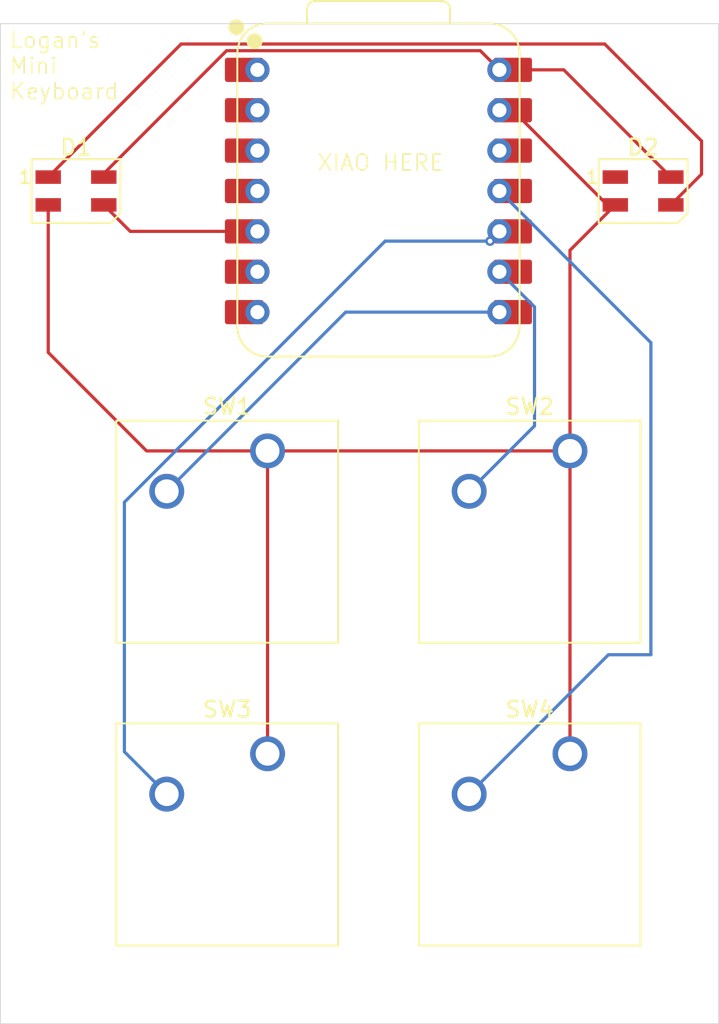
<source format=kicad_pcb>
(kicad_pcb (version 20241229) (generator "pcbnew") (generator_version "9.0")
  (layers (0 "F.Cu" signal) (2 "B.Cu" signal) (13 "F.Paste" user) (15 "B.Paste" user) (5 "F.SilkS" user "F.Silkscreen") (7 "B.SilkS" user "B.Silkscreen") (1 "F.Mask" user) (3 "B.Mask" user) (25 "Edge.Cuts" user))
  (net 0 "")
  (net 1 "Net-(D1-DIN)")
  (net 2 "+5V")
  (net 3 "GND")
  (net 4 "Net-(D1-DOUT)")
  (net 6 "Net-(U1-GPIO1{slash}RX)")
  (net 7 "Net-(U1-GPIO2{slash}SCK)")
  (net 8 "Net-(U1-GPIO4{slash}MISO)")
  (net 9 "Net-(U1-GPIO3{slash}MOSI)")
  (footprint "Button_Switch_Keyboard:SW_Cherry_MX_1.00u_PCB" (layer "F.Cu") (at 238.28375 104.4575)
    (property "Reference" "SW4" (at -2.54 -2.794 0) (layer "F.SilkS"))
    (property "Value" "SW_Push")
    (fp_line (start -9.525 -1.905) (end 4.445 -1.905) (stroke (width 0.12)) (layer "F.SilkS"))
    (fp_line (start -9.525 12.065) (end -9.525 -1.905) (stroke (width 0.12)) (layer "F.SilkS"))
    (fp_line (start 4.445 -1.905) (end 4.445 12.065) (stroke (width 0.12)) (layer "F.SilkS"))
    (fp_line (start 4.445 12.065) (end -9.525 12.065) (stroke (width 0.12)) (layer "F.SilkS"))
    (pad "" np_thru_hole circle (at -7.62 5.08) (size 1.7 1.7) (drill 1.7) (layers "*.Cu" "*.Mask"))
    (pad "" np_thru_hole circle (at -2.54 5.08) (size 4 4) (drill 4) (layers "*.Cu" "*.Mask"))
    (pad "" np_thru_hole circle (at 2.54 5.08) (size 1.7 1.7) (drill 1.7) (layers "*.Cu" "*.Mask"))
    (pad "1" thru_hole circle (at 0 0) (size 2.2 2.2) (drill 1.5) (layers "*.Cu" "*.Mask") (net 3 "GND"))
    (pad "2" thru_hole circle (at -6.35 2.54) (size 2.2 2.2) (drill 1.5) (layers "*.Cu" "*.Mask") (net 9 "Net-(U1-GPIO3{slash}MOSI)"))
  )
  (footprint "OPL:XIAO-RP2040-DIP" (layer "F.Cu") (at 226.21875 69.05625)
    (property "Reference" "U1" (hide yes))
    (property "Value" "XIAO-RP2040-DIP")
    (fp_line (start -8.89 8.509) (end -8.89 -8.636) (stroke (width 0.127)) (layer "F.SilkS"))
    (fp_line (start -6.985 10.414) (end 6.985 10.414) (stroke (width 0.127)) (layer "F.SilkS"))
    (fp_line (start -4.495 -10.541) (end -4.491272 -11.451272) (stroke (width 0.127)) (layer "F.SilkS"))
    (fp_line (start -3.991272 -11.951) (end 4.004 -11.951) (stroke (width 0.127)) (layer "F.SilkS"))
    (fp_line (start 4.504 -11.451) (end 4.504 -10.541) (stroke (width 0.127)) (layer "F.SilkS"))
    (fp_line (start 6.985 -10.541) (end -6.985 -10.541) (stroke (width 0.1)) (layer "F.SilkS"))
    (fp_line (start 6.985 -10.541) (end -6.985 -10.541) (stroke (width 0.127)) (layer "F.SilkS"))
    (fp_line (start 8.89 8.509) (end 8.89 -8.636) (stroke (width 0.127)) (layer "F.SilkS"))
    (fp_arc (start -8.89 -8.636) (mid -8.332038 -9.983038) (end -6.985 -10.541) (stroke (width 0.127)) (layer "F.SilkS"))
    (fp_arc (start -6.985 10.414) (mid -8.332038 9.856038) (end -8.89 8.509) (stroke (width 0.127)) (layer "F.SilkS"))
    (fp_arc (start -4.491272 -11.451272) (mid -4.344728 -11.80464) (end -3.991272 -11.951) (stroke (width 0.127)) (layer "F.SilkS"))
    (fp_arc (start 4.004 -11.951) (mid 4.357553 -11.804553) (end 4.504 -11.451) (stroke (width 0.127)) (layer "F.SilkS"))
    (fp_arc (start 6.985 -10.541) (mid 8.332038 -9.983038) (end 8.89 -8.636) (stroke (width 0.127)) (layer "F.SilkS"))
    (fp_arc (start 8.89 8.509) (mid 8.332038 9.856038) (end 6.985 10.414) (stroke (width 0.127)) (layer "F.SilkS"))
    (fp_circle (center -8.95 -10.3) (end -8.95 -10.554) (stroke (width 0.5)) (fill yes) (layer "F.SilkS"))
    (fp_circle (center -7.807 -9.42) (end -7.807 -9.674) (stroke (width 0.5)) (fill yes) (layer "F.SilkS"))
    (pad "1" smd roundrect (at -8.455 -7.62 180) (size 2.432 1.524) (layers "F.Cu" "F.Mask") (roundrect_rratio 0.1))
    (pad "1" thru_hole circle (at -7.62 -7.62 180) (size 1.524 1.524) (drill 0.889) (layers "*.Cu" "*.Mask"))
    (pad "2" smd roundrect (at -8.455 -5.08 180) (size 2.432 1.524) (layers "F.Cu" "F.Mask") (roundrect_rratio 0.1))
    (pad "2" thru_hole circle (at -7.62 -5.08 180) (size 1.524 1.524) (drill 0.889) (layers "*.Cu" "*.Mask"))
    (pad "3" smd roundrect (at -8.455 -2.54 180) (size 2.432 1.524) (layers "F.Cu" "F.Mask") (roundrect_rratio 0.1))
    (pad "3" thru_hole circle (at -7.62 -2.54 180) (size 1.524 1.524) (drill 0.889) (layers "*.Cu" "*.Mask"))
    (pad "4" smd roundrect (at -8.455 0 180) (size 2.432 1.524) (layers "F.Cu" "F.Mask") (roundrect_rratio 0.1))
    (pad "4" thru_hole circle (at -7.62 0 180) (size 1.524 1.524) (drill 0.889) (layers "*.Cu" "*.Mask"))
    (pad "5" smd roundrect (at -8.455 2.54 180) (size 2.432 1.524) (layers "F.Cu" "F.Mask") (roundrect_rratio 0.1) (net 1 "Net-(D1-DIN)"))
    (pad "5" thru_hole circle (at -7.62 2.54 180) (size 1.524 1.524) (drill 0.889) (layers "*.Cu" "*.Mask") (net 1 "Net-(D1-DIN)"))
    (pad "6" smd roundrect (at -8.455 5.08 180) (size 2.432 1.524) (layers "F.Cu" "F.Mask") (roundrect_rratio 0.1))
    (pad "6" thru_hole circle (at -7.62 5.08 180) (size 1.524 1.524) (drill 0.889) (layers "*.Cu" "*.Mask"))
    (pad "7" smd roundrect (at -8.455 7.62 180) (size 2.432 1.524) (layers "F.Cu" "F.Mask") (roundrect_rratio 0.1))
    (pad "7" thru_hole circle (at -7.62 7.62 180) (size 1.524 1.524) (drill 0.889) (layers "*.Cu" "*.Mask"))
    (pad "8" thru_hole circle (at 7.62 7.62) (size 1.524 1.524) (drill 0.889) (layers "*.Cu" "*.Mask") (net 6 "Net-(U1-GPIO1{slash}RX)"))
    (pad "8" smd roundrect (at 8.455 7.62) (size 2.432 1.524) (layers "F.Cu" "F.Mask") (roundrect_rratio 0.1) (net 6 "Net-(U1-GPIO1{slash}RX)"))
    (pad "9" thru_hole circle (at 7.62 5.08) (size 1.524 1.524) (drill 0.889) (layers "*.Cu" "*.Mask") (net 7 "Net-(U1-GPIO2{slash}SCK)"))
    (pad "9" smd roundrect (at 8.455 5.08) (size 2.432 1.524) (layers "F.Cu" "F.Mask") (roundrect_rratio 0.1) (net 7 "Net-(U1-GPIO2{slash}SCK)"))
    (pad "10" thru_hole circle (at 7.62 2.54) (size 1.524 1.524) (drill 0.889) (layers "*.Cu" "*.Mask") (net 8 "Net-(U1-GPIO4{slash}MISO)"))
    (pad "10" smd roundrect (at 8.455 2.54) (size 2.432 1.524) (layers "F.Cu" "F.Mask") (roundrect_rratio 0.1) (net 8 "Net-(U1-GPIO4{slash}MISO)"))
    (pad "11" thru_hole circle (at 7.62 0) (size 1.524 1.524) (drill 0.889) (layers "*.Cu" "*.Mask") (net 9 "Net-(U1-GPIO3{slash}MOSI)"))
    (pad "11" smd roundrect (at 8.455 0) (size 2.432 1.524) (layers "F.Cu" "F.Mask") (roundrect_rratio 0.1) (net 9 "Net-(U1-GPIO3{slash}MOSI)"))
    (pad "12" thru_hole circle (at 7.62 -2.54) (size 1.524 1.524) (drill 0.889) (layers "*.Cu" "*.Mask"))
    (pad "12" smd roundrect (at 8.455 -2.54) (size 2.432 1.524) (layers "F.Cu" "F.Mask") (roundrect_rratio 0.1))
    (pad "13" thru_hole circle (at 7.62 -5.08) (size 1.524 1.524) (drill 0.889) (layers "*.Cu" "*.Mask") (net 3 "GND"))
    (pad "13" smd roundrect (at 8.455 -5.08) (size 2.432 1.524) (layers "F.Cu" "F.Mask") (roundrect_rratio 0.1) (net 3 "GND"))
    (pad "14" thru_hole circle (at 7.62 -7.62) (size 1.524 1.524) (drill 0.889) (layers "*.Cu" "*.Mask") (net 2 "+5V"))
    (pad "14" smd roundrect (at 8.455 -7.62) (size 2.432 1.524) (layers "F.Cu" "F.Mask") (roundrect_rratio 0.1) (net 2 "+5V"))
  )
  (footprint "Button_Switch_Keyboard:SW_Cherry_MX_1.00u_PCB" (layer "F.Cu") (at 219.23375 85.4075)
    (property "Reference" "SW1" (at -2.54 -2.794 0) (layer "F.SilkS"))
    (property "Value" "SW_Push")
    (fp_line (start -9.525 -1.905) (end 4.445 -1.905) (stroke (width 0.12)) (layer "F.SilkS"))
    (fp_line (start -9.525 12.065) (end -9.525 -1.905) (stroke (width 0.12)) (layer "F.SilkS"))
    (fp_line (start 4.445 -1.905) (end 4.445 12.065) (stroke (width 0.12)) (layer "F.SilkS"))
    (fp_line (start 4.445 12.065) (end -9.525 12.065) (stroke (width 0.12)) (layer "F.SilkS"))
    (pad "" np_thru_hole circle (at -7.62 5.08) (size 1.7 1.7) (drill 1.7) (layers "*.Cu" "*.Mask"))
    (pad "" np_thru_hole circle (at -2.54 5.08) (size 4 4) (drill 4) (layers "*.Cu" "*.Mask"))
    (pad "" np_thru_hole circle (at 2.54 5.08) (size 1.7 1.7) (drill 1.7) (layers "*.Cu" "*.Mask"))
    (pad "1" thru_hole circle (at 0 0) (size 2.2 2.2) (drill 1.5) (layers "*.Cu" "*.Mask") (net 3 "GND"))
    (pad "2" thru_hole circle (at -6.35 2.54) (size 2.2 2.2) (drill 1.5) (layers "*.Cu" "*.Mask") (net 6 "Net-(U1-GPIO1{slash}RX)"))
  )
  (footprint "LED_SMD:LED_SK6812MINI_PLCC4_3.5x3.5mm_P1.75mm" (layer "F.Cu") (at 207.16875 69.05625)
    (property "Reference" "D1" (at 0 -2.75 0) (layer "F.SilkS"))
    (property "Value" "SK6812MINI")
    (fp_line (start -2.8 -2) (end -2.8 2) (stroke (width 0.12)) (layer "F.SilkS"))
    (fp_line (start -2.8 -2) (end 2.8 -2) (stroke (width 0.12)) (layer "F.SilkS"))
    (fp_line (start -2.8 2) (end 2.2 2) (stroke (width 0.12)) (layer "F.SilkS"))
    (fp_line (start 2.8 1.4) (end 2.2 2) (stroke (width 0.12)) (layer "F.SilkS"))
    (fp_line (start 2.8 1.4) (end 2.8 -2) (stroke (width 0.12)) (layer "F.SilkS"))
    (fp_text user "1" (at -3.2 -0.875 0) (layer "F.SilkS") (effects (font (size 0.8 0.8))))
    (pad "1" smd rect (at -1.75 -0.875) (size 1.6 0.85) (layers "F.Cu" "F.Mask" "F.Paste") (net 4 "Net-(D1-DOUT)"))
    (pad "2" smd rect (at -1.75 0.875) (size 1.6 0.85) (layers "F.Cu" "F.Mask" "F.Paste") (net 3 "GND"))
    (pad "3" smd rect (at 1.75 0.875) (size 1.6 0.85) (layers "F.Cu" "F.Mask" "F.Paste") (net 1 "Net-(D1-DIN)"))
    (pad "4" smd rect (at 1.75 -0.875) (size 1.6 0.85) (layers "F.Cu" "F.Mask" "F.Paste") (net 2 "+5V"))
  )
  (footprint "Button_Switch_Keyboard:SW_Cherry_MX_1.00u_PCB" (layer "F.Cu") (at 238.28375 85.4075)
    (property "Reference" "SW2" (at -2.54 -2.794 0) (layer "F.SilkS"))
    (property "Value" "SW_Push")
    (fp_line (start -9.525 -1.905) (end 4.445 -1.905) (stroke (width 0.12)) (layer "F.SilkS"))
    (fp_line (start -9.525 12.065) (end -9.525 -1.905) (stroke (width 0.12)) (layer "F.SilkS"))
    (fp_line (start 4.445 -1.905) (end 4.445 12.065) (stroke (width 0.12)) (layer "F.SilkS"))
    (fp_line (start 4.445 12.065) (end -9.525 12.065) (stroke (width 0.12)) (layer "F.SilkS"))
    (pad "" np_thru_hole circle (at -7.62 5.08) (size 1.7 1.7) (drill 1.7) (layers "*.Cu" "*.Mask"))
    (pad "" np_thru_hole circle (at -2.54 5.08) (size 4 4) (drill 4) (layers "*.Cu" "*.Mask"))
    (pad "" np_thru_hole circle (at 2.54 5.08) (size 1.7 1.7) (drill 1.7) (layers "*.Cu" "*.Mask"))
    (pad "1" thru_hole circle (at 0 0) (size 2.2 2.2) (drill 1.5) (layers "*.Cu" "*.Mask") (net 3 "GND"))
    (pad "2" thru_hole circle (at -6.35 2.54) (size 2.2 2.2) (drill 1.5) (layers "*.Cu" "*.Mask") (net 7 "Net-(U1-GPIO2{slash}SCK)"))
  )
  (footprint "Button_Switch_Keyboard:SW_Cherry_MX_1.00u_PCB" (layer "F.Cu") (at 219.23375 104.4575)
    (property "Reference" "SW3" (at -2.54 -2.794 0) (layer "F.SilkS"))
    (property "Value" "SW_Push")
    (fp_line (start -9.525 -1.905) (end 4.445 -1.905) (stroke (width 0.12)) (layer "F.SilkS"))
    (fp_line (start -9.525 12.065) (end -9.525 -1.905) (stroke (width 0.12)) (layer "F.SilkS"))
    (fp_line (start 4.445 -1.905) (end 4.445 12.065) (stroke (width 0.12)) (layer "F.SilkS"))
    (fp_line (start 4.445 12.065) (end -9.525 12.065) (stroke (width 0.12)) (layer "F.SilkS"))
    (pad "" np_thru_hole circle (at -7.62 5.08) (size 1.7 1.7) (drill 1.7) (layers "*.Cu" "*.Mask"))
    (pad "" np_thru_hole circle (at -2.54 5.08) (size 4 4) (drill 4) (layers "*.Cu" "*.Mask"))
    (pad "" np_thru_hole circle (at 2.54 5.08) (size 1.7 1.7) (drill 1.7) (layers "*.Cu" "*.Mask"))
    (pad "1" thru_hole circle (at 0 0) (size 2.2 2.2) (drill 1.5) (layers "*.Cu" "*.Mask") (net 3 "GND"))
    (pad "2" thru_hole circle (at -6.35 2.54) (size 2.2 2.2) (drill 1.5) (layers "*.Cu" "*.Mask") (net 8 "Net-(U1-GPIO4{slash}MISO)"))
  )
  (footprint "LED_SMD:LED_SK6812MINI_PLCC4_3.5x3.5mm_P1.75mm" (layer "F.Cu") (at 242.8875 69.05625)
    (property "Reference" "D2" (at 0 -2.75 0) (layer "F.SilkS"))
    (property "Value" "SK6812MINI")
    (fp_line (start -2.8 -2) (end -2.8 2) (stroke (width 0.12)) (layer "F.SilkS"))
    (fp_line (start -2.8 -2) (end 2.8 -2) (stroke (width 0.12)) (layer "F.SilkS"))
    (fp_line (start -2.8 2) (end 2.2 2) (stroke (width 0.12)) (layer "F.SilkS"))
    (fp_line (start 2.8 1.4) (end 2.2 2) (stroke (width 0.12)) (layer "F.SilkS"))
    (fp_line (start 2.8 1.4) (end 2.8 -2) (stroke (width 0.12)) (layer "F.SilkS"))
    (fp_text user "1" (at -3.2 -0.875 0) (layer "F.SilkS") (effects (font (size 0.8 0.8))))
    (pad "1" smd rect (at -1.75 -0.875) (size 1.6 0.85) (layers "F.Cu" "F.Mask" "F.Paste"))
    (pad "2" smd rect (at -1.75 0.875) (size 1.6 0.85) (layers "F.Cu" "F.Mask" "F.Paste") (net 3 "GND"))
    (pad "3" smd rect (at 1.75 0.875) (size 1.6 0.85) (layers "F.Cu" "F.Mask" "F.Paste") (net 4 "Net-(D1-DOUT)"))
    (pad "4" smd rect (at 1.75 -0.875) (size 1.6 0.85) (layers "F.Cu" "F.Mask" "F.Paste") (net 2 "+5V"))
  )
  (gr_rect (start 202.40625 58.53125) (end 247.65 121.44375) (stroke (width 0.05)) (fill no) (layer "Edge.Cuts"))
  (gr_text "XIAO HERE" (at 222.31 67.86 0) (layer "F.SilkS") (effects (font (size 1 1) (thickness 0.1)) (justify left bottom)))
  (gr_text "Logan's\nMini\nKeyboard" (at 202.93 63.37 0) (layer "F.SilkS") (effects (font (size 1 1) (thickness 0.1)) (justify left bottom)))
  (segment (start 210.58375 71.59625) (end 218.59875 71.59625) (width 0.2) (layer "F.Cu") (net 1))
  (segment (start 208.91875 69.93125) (end 210.58375 71.59625) (width 0.2) (layer "F.Cu") (net 1))
  (segment (start 208.8 68.3) (end 208.8 68.081374) (width 0.2) (layer "F.Cu") (net 2))
  (segment (start 208.8 68.081374) (end 216.651374 60.23) (width 0.2) (layer "F.Cu") (net 2))
  (segment (start 216.651374 60.23) (end 232.6325 60.23) (width 0.2) (layer "F.Cu") (net 2))
  (segment (start 237.8925 61.43625) (end 234.67375 61.43625) (width 0.2) (layer "F.Cu") (net 2))
  (segment (start 208.91875 68.18125) (end 208.8 68.3) (width 0.2) (layer "F.Cu") (net 2))
  (segment (start 232.6325 60.23) (end 233.83875 61.43625) (width 0.2) (layer "F.Cu") (net 2))
  (segment (start 244.6375 68.18125) (end 237.8925 61.43625) (width 0.2) (layer "F.Cu") (net 2))
  (segment (start 238.28375 85.4075) (end 238.28375 72.785) (width 0.2) (layer "F.Cu") (net 3))
  (segment (start 219.23375 85.4075) (end 211.61375 85.4075) (width 0.2) (layer "F.Cu") (net 3))
  (segment (start 219.23375 85.4075) (end 219.23375 104.4575) (width 0.2) (layer "F.Cu") (net 3))
  (segment (start 238.28375 72.785) (end 241.1375 69.93125) (width 0.2) (layer "F.Cu") (net 3))
  (segment (start 238.28375 85.4075) (end 219.23375 85.4075) (width 0.2) (layer "F.Cu") (net 3))
  (segment (start 205.41875 79.2125) (end 205.41875 69.93125) (width 0.2) (layer "F.Cu") (net 3))
  (segment (start 238.28375 104.4575) (end 238.28375 85.4075) (width 0.2) (layer "F.Cu") (net 3))
  (segment (start 241.1375 69.93125) (end 240.62875 69.93125) (width 0.2) (layer "F.Cu") (net 3))
  (segment (start 240.62875 69.93125) (end 234.67375 63.97625) (width 0.2) (layer "F.Cu") (net 3))
  (segment (start 211.61375 85.4075) (end 205.41875 79.2125) (width 0.2) (layer "F.Cu") (net 3))
  (segment (start 246.57 67.99875) (end 244.6375 69.93125) (width 0.2) (layer "F.Cu") (net 4))
  (segment (start 205.41875 68.18125) (end 213.79 59.81) (width 0.2) (layer "F.Cu") (net 4))
  (segment (start 213.79 59.81) (end 240.47 59.81) (width 0.2) (layer "F.Cu") (net 4))
  (segment (start 246.57 65.91) (end 246.57 67.99875) (width 0.2) (layer "F.Cu") (net 4))
  (segment (start 240.47 59.81) (end 246.57 65.91) (width 0.2) (layer "F.Cu") (net 4))
  (segment (start 224.155 76.67625) (end 233.83875 76.67625) (width 0.2) (layer "B.Cu") (net 6))
  (segment (start 212.88375 87.9475) (end 224.155 76.67625) (width 0.2) (layer "B.Cu") (net 6))
  (segment (start 236.05 76.3475) (end 233.83875 74.13625) (width 0.2) (layer "B.Cu") (net 7))
  (segment (start 236.05 83.83125) (end 236.05 76.3475) (width 0.2) (layer "B.Cu") (net 7))
  (segment (start 231.93375 87.9475) (end 236.05 83.83125) (width 0.2) (layer "B.Cu") (net 7))
  (via (at 233.25 72.21) (size 0.6) (drill 0.3) (layers "F.Cu" "B.Cu") (net 8))
  (segment (start 210.216072 104.329822) (end 210.216072 88.633864) (width 0.2) (layer "B.Cu") (net 8))
  (segment (start 210.216072 88.633864) (end 226.639936 72.21) (width 0.2) (layer "B.Cu") (net 8))
  (segment (start 212.88375 106.9975) (end 210.216072 104.329822) (width 0.2) (layer "B.Cu") (net 8))
  (segment (start 226.639936 72.21) (end 233.25 72.21) (width 0.2) (layer "B.Cu") (net 8))
  (segment (start 231.93375 106.9975) (end 240.70125 98.23) (width 0.2) (layer "B.Cu") (net 9))
  (segment (start 243.38 78.5975) (end 233.83875 69.05625) (width 0.2) (layer "B.Cu") (net 9))
  (segment (start 243.38 98.23) (end 243.38 78.5975) (width 0.2) (layer "B.Cu") (net 9))
  (segment (start 240.70125 98.23) (end 243.38 98.23) (width 0.2) (layer "B.Cu") (net 9))
)
</source>
